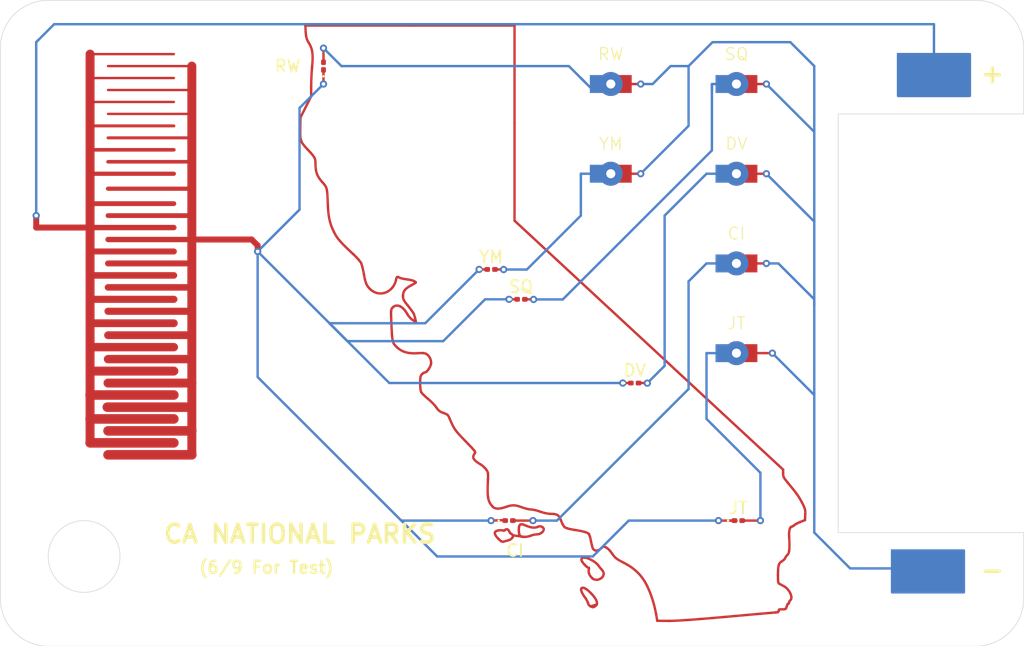
<source format=kicad_pcb>
(kicad_pcb (version 20240108) (generator "pcbnew") (generator_version "8.0")
  (layers (0 "F.Cu" signal) (31 "B.Cu" signal) (34 "B.Paste" user) (35 "F.Paste" user) (36 "B.SilkS" user "B.Silkscreen") (37 "F.SilkS" user "F.Silkscreen") (38 "B.Mask" user) (39 "F.Mask" user) (44 "Edge.Cuts" user))
  (net 0 "")
  (net 1 "Net-(BT1--)")
  (net 2 "Net-(D3-A)")
  (net 3 "Net-(D5-A)")
  (net 4 "Net-(SW1B-2)")
  (net 5 "Net-(D2-A)")
  (net 6 "Net-(D4-A)")
  (net 7 "Net-(D6-A)")
  (net 8 "Net-(D7-A)")
  (footprint "CustomLibrary:Solderable Stopgap Throughhole" (layer "F.Cu") (at 166.5 88)
    (property "Reference" "DV")
    (property "Value" "SW_Push_Open_Dual_x2")
  )
  (footprint "LED_SMD:LED_0201_0603Metric" (layer "F.Cu") (at 132 79 90)
    (property "Reference" "RW")
    (property "Value" "LED")
  )
  (footprint "LED_SMD:LED_0201_0603Metric" (layer "F.Cu") (at 146 96)
    (property "Reference" "YM")
    (property "Value" "LED")
  )
  (footprint "LED_SMD:LED_0201_0603Metric" (layer "F.Cu") (at 147.5 117)
    (property "Reference" "CI")
    (property "Value" "LED")
  )
  (footprint "CustomLibrary:Solderable Stopgap Throughhole" (layer "F.Cu") (at 166.5 95.5)
    (property "Reference" "CI")
    (property "Value" "SW_Push_Open_Dual_x2")
  )
  (footprint "CustomLibrary:Solderable Stopgap Throughhole" (layer "F.Cu") (at 156 80.5)
    (property "Reference" "RW")
    (property "Value" "SW_Push_Open_Dual_x2")
  )
  (footprint "CustomLibrary:California Outline" (layer "F.Cu") (at 151 99.608597)
    (property "Reference" "REF**" (hide yes))
    (property "Value" "California Outline")
  )
  (footprint "LED_SMD:LED_0201_0603Metric" (layer "F.Cu") (at 166.655 117)
    (property "Reference" "JT")
    (property "Value" "LED")
  )
  (footprint "LED_SMD:LED_0201_0603Metric" (layer "F.Cu") (at 158 105.5)
    (property "Reference" "DV")
    (property "Value" "LED")
  )
  (footprint "LED_SMD:LED_0201_0603Metric" (layer "F.Cu") (at 148.5 98.5)
    (property "Reference" "SQ")
    (property "Value" "LED")
  )
  (footprint "CustomLibrary:Resistive Slide-Touch Button" (layer "F.Cu") (at 117 94)
    (property "Reference" "SW1" (hide yes))
    (property "Value" "SW_Push_Open_Dual_x2")
  )
  (footprint "CustomLibrary:Solderable Stopgap Throughhole" (layer "F.Cu") (at 166.5 103)
    (property "Reference" "JT")
    (property "Value" "SW_Push_Open_Dual_x2")
  )
  (footprint "CustomLibrary:Solderable Stopgap Throughhole" (layer "F.Cu") (at 156 88)
    (property "Reference" "YM")
    (property "Value" "SW_Push_Open_Dual_x2")
  )
  (footprint "CustomLibrary:Solderable Stopgap Throughhole" (layer "F.Cu") (at 166.5 80.5)
    (property "Reference" "SQ")
    (property "Value" "SW_Push_Open_Dual_x2")
  )
  (gr_line (start 157.5 88) (end 158.5 88) (stroke (width 0.2)) (layer "F.Cu") (net 4))
  (gr_line (start 147.5 98.5) (end 148 98.5) (stroke (width 0.2)) (layer "F.Cu") (net 1))
  (gr_line (start 132 80.5) (end 132 79.5) (stroke (width 0.2)) (layer "F.Cu") (net 1))
  (gr_line (start 157 105.5) (end 157.5 105.5) (stroke (width 0.2)) (layer "F.Cu") (net 1))
  (gr_line (start 168 80.5) (end 169 80.5) (stroke (width 0.2)) (layer "F.Cu") (net 4))
  (gr_line (start 168 95.5) (end 169 95.5) (stroke (width 0.2)) (layer "F.Cu") (net 4))
  (gr_line (start 145 96) (end 145.5 96) (stroke (width 0.2)) (layer "F.Cu") (net 1))
  (gr_line (start 159 105.5) (end 158.5 105.5) (stroke (width 0.2)) (layer "F.Cu") (net 7))
  (gr_line (start 165 117) (end 166.5 117) (stroke (width 0.2)) (layer "F.Cu") (net 1))
  (gr_line (start 146 117) (end 147 116.966257) (stroke (width 0.2)) (layer "F.Cu") (net 1))
  (gr_line (start 157.5 80.5) (end 158.5 80.5) (stroke (width 0.2)) (layer "F.Cu") (net 4))
  (gr_line (start 147 96) (end 146.5 96) (stroke (width 0.2)) (layer "F.Cu") (net 6))
  (gr_line (start 149.5 117) (end 148 117) (stroke (width 0.2)) (layer "F.Cu") (net 3))
  (gr_line (start 168 88) (end 169 88) (stroke (width 0.2)) (layer "F.Cu") (net 4))
  (gr_line (start 166.5 117) (end 166 117) (stroke (width 0.2)) (layer "F.Cu") (net 1))
  (gr_line (start 132 77.5) (end 132 78.5) (stroke (width 0.2)) (layer "F.Cu") (net 5))
  (gr_line (start 149.5 98.5) (end 149 98.5) (stroke (width 0.2)) (layer "F.Cu") (net 8))
  (gr_line (start 168 103) (end 169 103) (stroke (width 0.2)) (layer "F.Cu") (net 4))
  (gr_line (start 168.5 117) (end 167 117) (stroke (width 0.2)) (layer "F.Cu") (net 2))
  (gr_line (start 164.5 80.5) (end 165 80.5) (stroke (width 0.2)) (layer "B.Cu") (net 6))
  (gr_line (start 153.5 88) (end 154.5 88) (stroke (width 0.2)) (layer "B.Cu"))
  (gr_line (start 179 121) (end 179.5 121) (stroke (width 0.2)) (layer "B.Cu") (net 4))
  (gr_line (start 130 82.5) (end 132 80.5) (stroke (width 0.2)) (layer "B.Cu") (net 1))
  (gr_line (start 164 103) (end 165 103) (stroke (width 0.2)) (layer "B.Cu"))
  (gr_line (start 164 95.5) (end 165 95.5) (stroke (width 0.2)) (layer "B.Cu") (net 3))
  (gr_line (start 108.5 76.5) (end 108 77) (stroke (width 0.2)) (layer "B.Cu"))
  (gr_line (start 126.5 94.5) (end 126.5 105) (stroke (width 0.2)) (layer "B.Cu") (net 1))
  (gr_rect (start 180 78) (end 186 81.5) (stroke (width 0.2)) (fill solid) (layer "B.Cu"))
  (gr_line (start 164 88) (end 165 88) (stroke (width 0.2)) (layer "B.Cu") (net 7))
  (gr_line (start 133.5 79) (end 132 77.5) (stroke (width 0.2)) (layer "B.Cu") (net 5))
  (gr_rect (start 179.5 119.5) (end 185.5 123) (stroke (width 0.2)) (fill solid) (layer "B.Cu") (net 4))
  (gr_line (start 153.5 80) (end 154.5 81) (stroke (width 0.2)) (layer "B.Cu") (net 5))
  (gr_line (start 109 73.5) (end 186.5 73.5) (stroke (width 0.05)) (layer "Edge.Cuts"))
  (gr_line (start 190.5 118) (end 190.5 123.5) (stroke (width 0.05)) (layer "Edge.Cuts"))
  (gr_arc (start 186.5 73.5) (mid 189.328427 74.671573) (end 190.5 77.5) (stroke (width 0.05)) (layer "Edge.Cuts"))
  (gr_line (start 186.5 127.5) (end 109 127.5) (stroke (width 0.05)) (layer "Edge.Cuts"))
  (gr_line (start 175 83) (end 175 118) (stroke (width 0.05)) (layer "Edge.Cuts"))
  (gr_line (start 190.5 83) (end 175 83) (stroke (width 0.05)) (layer "Edge.Cuts"))
  (gr_line (start 175 118) (end 190.5 118) (stroke (width 0.05)) (layer "Edge.Cuts"))
  (gr_circle (center 112 120) (end 112 123) (stroke (width 0.05)) (fill none) (layer "Edge.Cuts"))
  (gr_arc (start 190.5 123.5) (mid 189.328427 126.328427) (end 186.5 127.5) (stroke (width 0.05)) (layer "Edge.Cuts"))
  (gr_arc (start 105 77.5) (mid 106.171573 74.671573) (end 109 73.5) (stroke (width 0.05)) (layer "Edge.Cuts"))
  (gr_line (start 105 123.5) (end 105 77.5) (stroke (width 0.05)) (layer "Edge.Cuts"))
  (gr_line (start 190.5 77.5) (end 190.5 83) (stroke (width 0.05)) (layer "Edge.Cuts"))
  (gr_arc (start 109 127.5) (mid 106.171573 126.328427) (end 105 123.5) (stroke (width 0.05)) (layer "Edge.Cuts"))
  (gr_text "(6/9 For Test)" (at 121.5 121.5 0) (layer "F.SilkS") (effects (font (size 1 1) (thickness 0.2)) (justify left bottom)))
  (gr_text "+" (at 189 80.5 0) (layer "F.SilkS") (effects (font (size 1.5 1.5) (thickness 0.3) (bold yes)) (justify left bottom mirror)))
  (gr_text "-" (at 189 122 0) (layer "F.SilkS") (effects (font (size 1.5 1.5) (thickness 0.3) (bold yes)) (justify left bottom mirror)))
  (gr_text "CA NATIONAL PARKS" (at 118.5 119 0) (layer "F.SilkS") (effects (font (size 1.5 1.5) (thickness 0.3) (bold yes)) (justify left bottom)))
  (segment (start 108 92.5) (end 108 91.5) (width 0.5) (layer "F.Cu") (net 0))
  (via (at 108 91.5) (size 0.6) (drill 0.3) (layers "F.Cu" "B.Cu") (net 0))
  (segment (start 183 75.5) (end 109.5 75.5) (width 0.2) (layer "B.Cu") (net 0))
  (segment (start 109.5 75.5) (end 108.5 76.5) (width 0.2) (layer "B.Cu") (net 0))
  (segment (start 108 91.5) (end 108 77) (width 0.2) (layer "B.Cu") (net 0))
  (segment (start 183 79.75) (end 183 75.5) (width 0.2) (layer "B.Cu") (net 0))
  (segment (start 108 77) (end 108.217157 76.782843) (width 0.2) (layer "B.Cu") (net 0))
  (segment (start 126.5 94) (end 126.5 94.5) (width 0.5) (layer "F.Cu") (net 1))
  (segment (start 126 93.5) (end 126.5 94) (width 0.5) (layer "F.Cu") (net 1))
  (via (at 132 80.5) (size 0.6) (drill 0.3) (layers "F.Cu" "B.Cu") (net 1))
  (via (at 126.5 94.5) (size 0.6) (drill 0.3) (layers "F.Cu" "B.Cu") (net 1))
  (via (at 157 105.5) (size 0.6) (drill 0.3) (layers "F.Cu" "B.Cu") (net 1))
  (via (at 147.5 98.5) (size 0.6) (drill 0.3) (layers "F.Cu" "B.Cu") (net 1))
  (via (at 165 117) (size 0.6) (drill 0.3) (layers "F.Cu" "B.Cu") (net 1))
  (via (at 146 117) (size 0.6) (drill 0.3) (layers "F.Cu" "B.Cu") (net 1))
  (via (at 145 96) (size 0.6) (drill 0.3) (layers "F.Cu" "B.Cu") (net 1))
  (segment (start 154.5 120) (end 157.5 117) (width 0.2) (layer "B.Cu") (net 1))
  (segment (start 157.5 117) (end 165 117) (width 0.2) (layer "B.Cu") (net 1))
  (segment (start 140.5 100.5) (end 132.5 100.5) (width 0.2) (layer "B.Cu") (net 1))
  (segment (start 157 105.5) (end 137.5 105.5) (width 0.2) (layer "B.Cu") (net 1))
  (segment (start 130 82.5) (end 130 91) (width 0.2) (layer "B.Cu") (net 1))
  (segment (start 137.5 105.5) (end 132.5 100.5) (width 0.2) (layer "B.Cu") (net 1))
  (segment (start 146 117) (end 145.966257 116.966257) (width 0.2) (layer "B.Cu") (net 1))
  (segment (start 145 96) (end 140.5 100.5) (width 0.2) (layer "B.Cu") (net 1))
  (segment (start 130 91) (end 126.5 94.5) (width 0.2) (layer "B.Cu") (net 1))
  (segment (start 146 117) (end 138.5 117) (width 0.2) (layer "B.Cu") (net 1))
  (segment (start 141.5 120) (end 154.5 120) (width 0.2) (layer "B.Cu") (net 1))
  (segment (start 147.5 98.5) (end 145.5 98.5) (width 0.2) (layer "B.Cu") (net 1))
  (segment (start 138.5 117) (end 141.5 120) (width 0.2) (layer "B.Cu") (net 1))
  (segment (start 142 102) (end 134 102) (width 0.2) (layer "B.Cu") (net 1))
  (segment (start 132.5 100.5) (end 126.5 94.5) (width 0.2) (layer "B.Cu") (net 1))
  (segment (start 145.5 98.5) (end 142 102) (width 0.2) (layer "B.Cu") (net 1))
  (segment (start 134 102) (end 132.5 100.5) (width 0.2) (layer "B.Cu") (net 1))
  (segment (start 138.5 117) (end 126.5 105) (width 0.2) (layer "B.Cu") (net 1))
  (via (at 168.5 117) (size 0.6) (drill 0.3) (layers "F.Cu" "B.Cu") (net 2))
  (segment (start 164 108.5) (end 164 103) (width 0.2) (layer "B.Cu") (net 2))
  (segment (start 168.5 117) (end 168.5 113) (width 0.2) (layer "B.Cu") (net 2))
  (segment (start 168.5 113) (end 164.5 109) (width 0.2) (layer "B.Cu") (net 2))
  (segment (start 164.5 109) (end 164 108.5) (width 0.2) (layer "B.Cu") (net 2))
  (via (at 149.5 117) (size 0.6) (drill 0.3) (layers "F.Cu" "B.Cu") (net 3))
  (segment (start 151.5 117) (end 162.5 106) (width 0.2) (layer "B.Cu") (net 3))
  (segment (start 162.5 97) (end 164 95.5) (width 0.2) (layer "B.Cu") (net 3))
  (segment (start 149.5 117) (end 151.5 117) (width 0.2) (layer "B.Cu") (net 3))
  (segment (start 162.5 106) (end 162.5 97) (width 0.2) (layer "B.Cu") (net 3))
  (segment (start 169 103) (end 169.5 103) (width 0.2) (layer "F.Cu") (net 4))
  (via (at 169 95.5) (size 0.6) (drill 0.3) (layers "F.Cu" "B.Cu") (net 4))
  (via (at 169.5 103) (size 0.6) (drill 0.3) (layers "F.Cu" "B.Cu") (net 4))
  (via (at 158.5 80.5) (size 0.6) (drill 0.3) (layers "F.Cu" "B.Cu") (net 4))
  (via (at 158.5 88) (size 0.6) (drill 0.3) (layers "F.Cu" "B.Cu") (net 4))
  (via (at 169 80.5) (size 0.6) (drill 0.3) (layers "F.Cu" "B.Cu") (net 4))
  (via (at 169 88) (size 0.6) (drill 0.3) (layers "F.Cu" "B.Cu") (net 4))
  (segment (start 173 79) (end 173 92) (width 0.2) (layer "B.Cu") (net 4))
  (segment (start 173 99) (end 173 118) (width 0.2) (layer "B.Cu") (net 4))
  (segment (start 162.5 79) (end 164.5 77) (width 0.2) (layer "B.Cu") (net 4))
  (segment (start 158.5 80.5) (end 159.5 80.5) (width 0.2) (layer "B.Cu") (net 4))
  (segment (start 162.5 84) (end 162.5 79) (width 0.2) (layer "B.Cu") (net 4))
  (segment (start 169 80.5) (end 173 84.5) (width 0.2) (layer "B.Cu") (net 4))
  (segment (start 173 98.5) (end 173 99) (width 0.2) (layer "B.Cu") (net 4))
  (segment (start 169 88) (end 173 92) (width 0.2) (layer "B.Cu") (net 4))
  (segment (start 173 92) (end 173 99) (width 0.2) (layer "B.Cu") (net 4))
  (segment (start 158.5 88) (end 162.5 84) (width 0.2) (layer "B.Cu") (net 4))
  (segment (start 169 95.5) (end 170 95.5) (width 0.2) (layer "B.Cu") (net 4))
  (segment (start 171 77) (end 173 79) (width 0.2) (layer "B.Cu") (net 4))
  (segment (start 169.5 103) (end 173 106.5) (width 0.2) (layer "B.Cu") (net 4))
  (segment (start 161 79) (end 162.5 79) (width 0.2) (layer "B.Cu") (net 4))
  (segment (start 164.5 77) (end 171 77) (width 0.2) (layer "B.Cu") (net 4))
  (segment (start 159.5 80.5) (end 161 79) (width 0.2) (layer "B.Cu") (net 4))
  (segment (start 170 95.5) (end 173 98.5) (width 0.2) (layer "B.Cu") (net 4))
  (segment (start 176 121) (end 179 121) (width 0.2) (layer "B.Cu") (net 4))
  (segment (start 173 118) (end 176 121) (width 0.2) (layer "B.Cu") (net 4))
  (via (at 132 77.5) (size 0.6) (drill 0.3) (layers "F.Cu" "B.Cu") (net 5))
  (segment (start 152.5 79) (end 153.95 80.45) (width 0.2) (layer "B.Cu") (net 5))
  (segment (start 133.5 79) (end 152.5 79) (width 0.2) (layer "B.Cu") (net 5))
  (via (at 147.05 96.010049) (size 0.6) (drill 0.3) (layers "F.Cu" "B.Cu") (net 6))
  (segment (start 148.989951 96.010049) (end 149 96) (width 0.2) (layer "B.Cu") (net 6))
  (segment (start 164.45 80.5) (end 164.45 81) (width 0.2) (layer "B.Cu") (net 6))
  (segment (start 148.989951 96.010049) (end 153.5 91.5) (width 0.2) (layer "B.Cu") (net 6))
  (segment (start 147.05 96.010049) (end 148.989951 96.010049) (width 0.2) (layer "B.Cu") (net 6))
  (segment (start 153.5 91.5) (end 153.5 88) (width 0.2) (layer "B.Cu") (net 6))
  (segment (start 164.45 86) (end 164.45 80.5) (width 0.2) (layer "B.Cu") (net 6))
  (via (at 159.05 105.510049) (size 0.6) (drill 0.3) (layers "F.Cu" "B.Cu") (net 7))
  (segment (start 160.5 104.060049) (end 160.5 91.5) (width 0.2) (layer "B.Cu") (net 7))
  (segment (start 160.5 91.5) (end 164 88) (width 0.2) (layer "B.Cu") (net 7))
  (segment (start 159.05 105.510049) (end 160.5 104.060049) (width 0.2) (layer "B.Cu") (net 7))
  (via (at 149.55 98.510049) (size 0.6) (drill 0.3) (layers "F.Cu" "B.Cu") (net 8))
  (segment (start 161 89.5) (end 164.45 86.05) (width 0.2) (layer "B.Cu") (net 8))
  (segment (start 151.989951 98.510049) (end 161 89.5) (width 0.2) (layer "B.Cu") (net 8))
  (segment (start 149.55 98.510049) (end 151.989951 98.510049) (width 0.2) (layer "B.Cu") (net 8))
)
</source>
